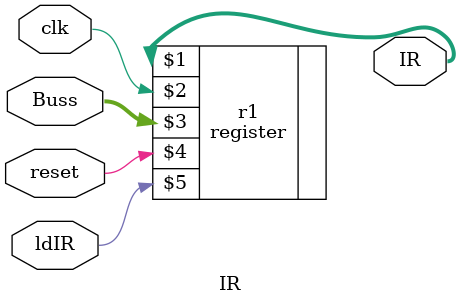
<source format=v>
`timescale 1ns / 1ps
module IR(IR, clk, ldIR, reset, Buss);
	input[15:0] Buss;
	input clk, ldIR, reset;
	output[15:0] IR;
	
	register r1(IR, clk, Buss, reset, ldIR);

endmodule

</source>
